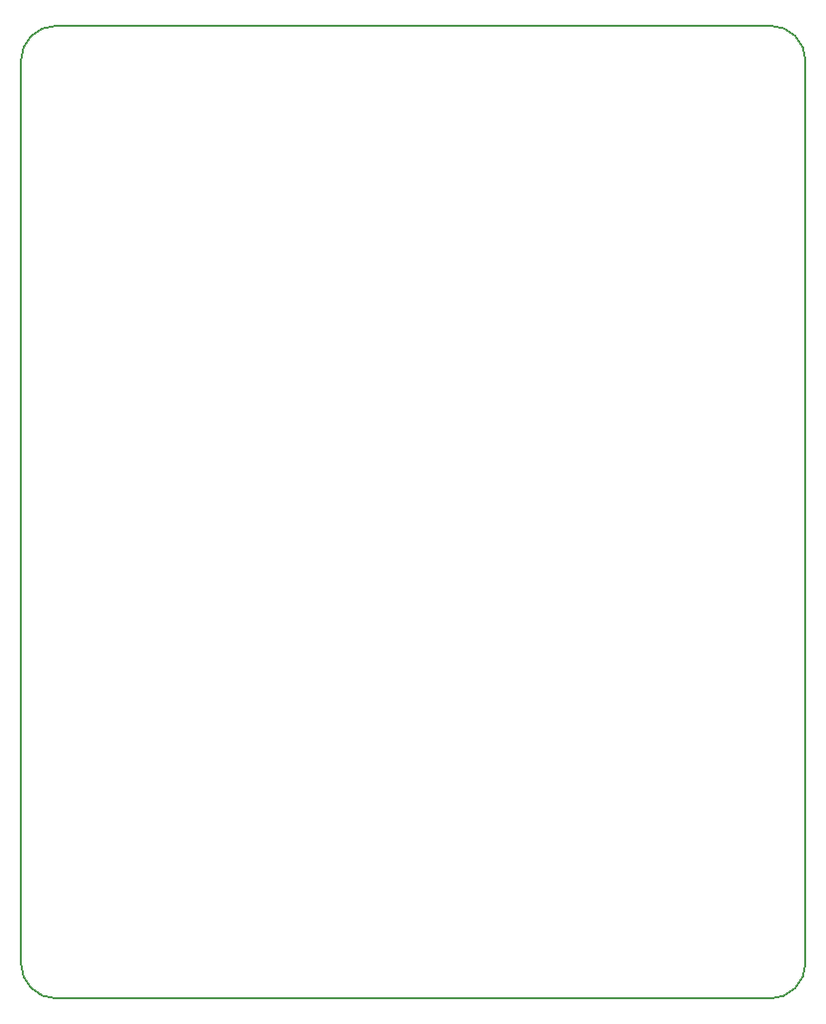
<source format=gm1>
%TF.GenerationSoftware,KiCad,Pcbnew,8.0.8*%
%TF.CreationDate,2025-02-13T12:07:57-05:00*%
%TF.ProjectId,SplashPad,53706c61-7368-4506-9164-2e6b69636164,1*%
%TF.SameCoordinates,Original*%
%TF.FileFunction,Profile,NP*%
%FSLAX46Y46*%
G04 Gerber Fmt 4.6, Leading zero omitted, Abs format (unit mm)*
G04 Created by KiCad (PCBNEW 8.0.8) date 2025-02-13 12:07:57*
%MOMM*%
%LPD*%
G01*
G04 APERTURE LIST*
%TA.AperFunction,Profile*%
%ADD10C,0.200000*%
%TD*%
G04 APERTURE END LIST*
D10*
X197000000Y-149500000D02*
X136000000Y-149500000D01*
X136000000Y-149500000D02*
G75*
G02*
X133000000Y-146500000I0J3000000D01*
G01*
X136000000Y-66500000D02*
X197000000Y-66500000D01*
X200000000Y-69500000D02*
X200000000Y-146500000D01*
X200000000Y-146500000D02*
G75*
G02*
X197000000Y-149500000I-3000000J0D01*
G01*
X133000000Y-69500000D02*
G75*
G02*
X136000000Y-66500000I3000000J0D01*
G01*
X133000000Y-146500000D02*
X133000000Y-69500000D01*
X197000000Y-66500000D02*
G75*
G02*
X200000000Y-69500000I0J-3000000D01*
G01*
M02*

</source>
